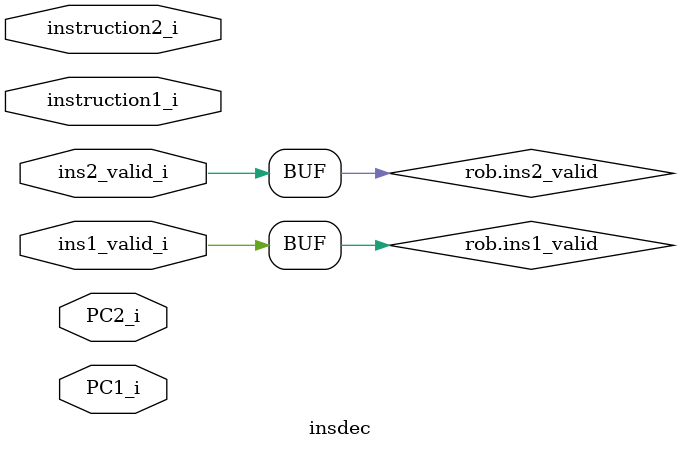
<source format=sv>
/****
 * The unit of Instruction decoder
 *  - 
 */
//`include "ifc_dec_rf.sv"
//`include "ifc_rob_dec.sv"
 
module insdec #(parameter INSTR_WIDTH = 32,
		 parameter PC_WIDTH = 32,
		 parameter REGNAME_WIDTH = 5,
		 parameter OP_WIDTH = 7)
				(
					input logic [INSTR_WIDTH-1:0] instruction1_i,
					input logic ins1_valid_i,
					input logic [PC_WIDTH-1:0] PC1_i,
					input logic [INSTR_WIDTH-1:0] instruction2_i,
					input logic ins2_valid_i,
					input logic [PC_WIDTH-1:0] PC2_i,
					ifc_dec_rf.dec rf,
					ifc_rob_dec.dec rob );
	
	//logic [6:0] opcode_type;			
	parameter R_TYPE_OP = 7'b0110011;
	parameter I_TYPE_OP = 7'b00x0011;
	parameter S_TYPE_OP = 7'bx100011;
	parameter U_TYPE_OP = 7'b110x111;
	parameter JR = {7'b1100111}; //JR special U
			  
	//read to ROB
	assign rob.ins1_valid = ins1_valid_i;//check if NOP also
	assign rob.ins2_valid = ins2_valid_i;
	
	assign rob.ins1 = rob.ins1_valid ? instruction1_i : {INSTR_WIDTH{'0}};
	assign rob.ins2 = rob.ins2_valid ? instruction2_i : {INSTR_WIDTH{'0}};
	assign rob.PC1 = rob.ins1_valid ? PC1_i : {PC_WIDTH{'0}};
	assign rob.PC2 = rob.ins2_valid ? PC2_i : {PC_WIDTH{'0}};

	always_comb begin 
	if(ins1_valid_i)
	casex(instruction1_i[OP_WIDTH-1:0]) 
	R_TYPE_OP: begin
				rf.write1_addr = instruction1_i[11:7];
				rf.read11_addr = instruction1_i[19:15];
				rf.read12_addr = instruction1_i[24:20];
				
				rf.write1_en = '1;
				rf.read11_en = '1;
				rf.read12_en = '1;
			   end 
			   
	I_TYPE_OP: begin
				rf.write1_addr = instruction1_i[11:7];
				rf.read11_addr = instruction1_i[19:15];
				rf.read12_addr = {REGNAME_WIDTH{'0}};
				
				rf.write1_en = '1;
				rf.read11_en = '1;
				rf.read12_en = '0;
			   end 

	S_TYPE_OP: begin
				rf.write1_addr = {REGNAME_WIDTH{'0}};
				rf.read11_addr = instruction1_i[19:15];
				rf.read12_addr = instruction1_i[24:20];
				
				rf.write1_en = '0;
				rf.read11_en = '1;
				rf.read12_en = '1;
			   end 
                
	U_TYPE_OP: begin
				if (instruction1_i[OP_WIDTH-1:0] == JR) begin
					rf.write1_addr = {REGNAME_WIDTH{'0}};
					rf.read11_addr = {REGNAME_WIDTH{'0}};//JR
					rf.read12_addr = {REGNAME_WIDTH{'0}};
					rf.write1_en = '0;
					rf.read11_en = '1;
					rf.read12_en = '0;
				end
				else begin
				//read data address and write *valid* address
				rf.write1_addr = instruction1_i[11:7];
				rf.read11_addr = {REGNAME_WIDTH{'0}};
				rf.read12_addr = {REGNAME_WIDTH{'0}};
				//read data control and write *valid* control
				rf.write1_en = '1;
				rf.read11_en = '0;
				rf.read12_en = '0;
				end
			   end	
            default: ;//$display("Wrong opcode and function : %b", instruction1_i[OP_WIDTH-1:0]);
	endcase
	
	else
		 begin 
			//read data address and write *valid* address
			rf.write1_addr = {REGNAME_WIDTH{'0}};
			rf.read11_addr = {REGNAME_WIDTH{'0}};
			rf.read12_addr = {REGNAME_WIDTH{'0}};
			//read data control and write *valid* control
			rf.write1_en = '0;
			rf.read11_en = '0;
			rf.read12_en = '0;
		 end
	end	
	
	always_comb begin 
	if(ins2_valid_i)
	casex(instruction2_i[OP_WIDTH-1:0]) 
	R_TYPE_OP: begin
				rf.write2_addr = instruction2_i[11:7];
				rf.read21_addr = instruction2_i[19:15];
				rf.read22_addr = instruction2_i[24:20];
				
				rf.write2_en = '1;
				rf.read21_en = '1;
				rf.read22_en = '1;
			   end 
			   
	I_TYPE_OP: begin
				rf.write2_addr = instruction2_i[11:7];
				rf.read21_addr = instruction2_i[19:15];
				rf.read22_addr = {REGNAME_WIDTH{'0}};
				
				rf.write2_en = '1;
				rf.read21_en = '1;
				rf.read22_en = '0;
			   end 

	S_TYPE_OP: begin
				rf.write2_addr = {REGNAME_WIDTH{'0}};
				rf.read21_addr = instruction2_i[19:15];
				rf.read22_addr = instruction2_i[24:20];
				
				rf.write2_en = '0;
				rf.read21_en = '1;
				rf.read22_en = '1;
			   end 
                
	U_TYPE_OP: begin
				if (instruction1_i[OP_WIDTH-1:0] == JR) begin
					rf.write2_addr = {REGNAME_WIDTH{'0}};
					rf.read21_addr = {REGNAME_WIDTH{'0}};//JR
					rf.read22_addr = {REGNAME_WIDTH{'0}};
					rf.write2_en = '0;
					rf.read21_en = '1;
					rf.read22_en = '0;
				end
				else begin
				//read data address and write *valid* address
				rf.write2_addr = instruction2_i[11:7];
				rf.read21_addr = {REGNAME_WIDTH{'0}};
				rf.read22_addr = {REGNAME_WIDTH{'0}};
				//read data control and write *valid* control
				rf.write2_en = '1;
				rf.read21_en = '0;
				rf.read22_en = '0;
				end
			   end
               
            default: ;//$display("Wrong opcode and function : %b", instruction2_i[OP_WIDTH-1:0]);
	endcase
	
	else
		 begin 
			//read data address and write *valid* address
			rf.write2_addr = {REGNAME_WIDTH{'0}};
			rf.read21_addr = {REGNAME_WIDTH{'0}};
			rf.read22_addr = {REGNAME_WIDTH{'0}};
			//read data control and write *valid* control
			rf.write2_en = '0;
			rf.read21_en = '0;
			rf.read22_en = '0;
		 end
	end	
	
endmodule

</source>
